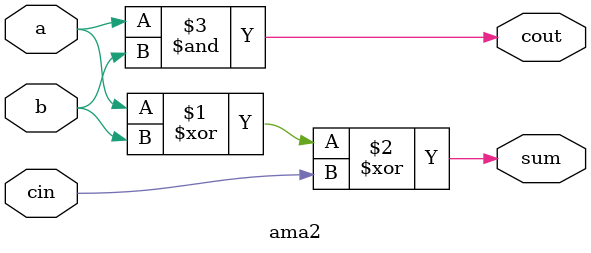
<source format=v>
module ama2 (a, b, cin, sum, cout);

input a, b, cin;
output sum, cout;

assign sum = a ^ b ^ cin;
assign cout = a & b;
    
endmodule
</source>
